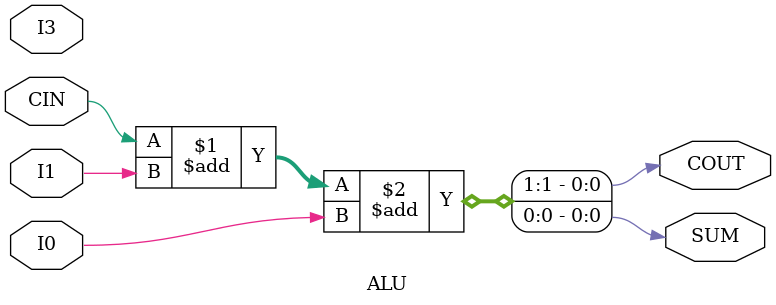
<source format=v>
module LUT1(output F, input I0);
	parameter [1:0] INIT = 0;
	assign F = I0 ? INIT[1] : INIT[0];
endmodule

module LUT2(output F, input I0, I1);
	parameter [3:0] INIT = 0;
	wire [ 1: 0] s1 = I1 ? INIT[ 3: 2] : INIT[ 1: 0];
	assign F = I0 ? s1[1] : s1[0];
endmodule

module LUT3(output F, input I0, I1, I2);
	parameter [7:0] INIT = 0;
	wire [ 3: 0] s2 = I2 ? INIT[ 7: 4] : INIT[ 3: 0];
	wire [ 1: 0] s1 = I1 ?   s2[ 3: 2] :   s2[ 1: 0];
	assign F = I0 ? s1[1] : s1[0];
endmodule

module LUT4(output F, input I0, I1, I2, I3);
	parameter [15:0] INIT = 0;
	wire [ 7: 0] s3 = I3 ? INIT[15: 8] : INIT[ 7: 0];
	wire [ 3: 0] s2 = I2 ?   s3[ 7: 4] :   s3[ 3: 0];
	wire [ 1: 0] s1 = I1 ?   s2[ 3: 2] :   s2[ 1: 0];
	assign F = I0 ? s1[1] : s1[0];
endmodule

module DFF (output reg Q, input CLK, D);
	parameter [0:0] INIT = 1'b0;
	initial Q = INIT;
	always @(posedge CLK)
		Q <= D;
endmodule

module DFFN (output reg Q, input CLK, D);
	parameter [0:0] INIT = 1'b0;
	initial Q = INIT;
	always @(negedge CLK)
		Q <= D;
endmodule

module VCC(output V);
	assign V = 1;
endmodule

module GND(output G);
	assign G = 0;
endmodule

module IBUF(output O, input I);
	assign O = I;
endmodule

module OBUF(output O, input I);
	assign O = I;
endmodule

module GSR (input GSRI);
	wire GSRO = GSRI;
endmodule

module ALU (input I0, input I1, input I3, input CIN, output COUT, output SUM);
   parameter [3:0] ALU_MODE = 0; // default 0 = ADD
   assign  {COUT, SUM} = CIN + I1 + I0;
endmodule // alu


</source>
